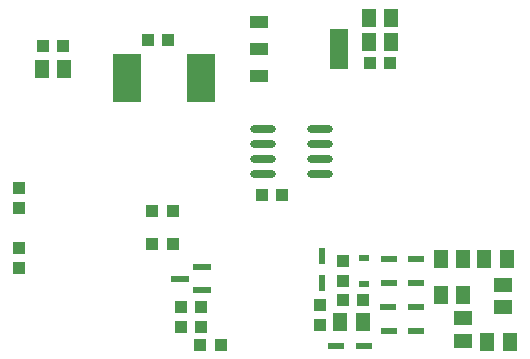
<source format=gbp>
G04*
G04 #@! TF.GenerationSoftware,Altium Limited,Altium Designer,24.5.2 (23)*
G04*
G04 Layer_Color=128*
%FSLAX25Y25*%
%MOIN*%
G70*
G04*
G04 #@! TF.SameCoordinates,CB4C24F7-EE71-4198-96C3-8168C5EFC23F*
G04*
G04*
G04 #@! TF.FilePolarity,Positive*
G04*
G01*
G75*
%ADD18R,0.03937X0.04331*%
%ADD21R,0.04331X0.03937*%
%ADD24O,0.08661X0.02362*%
%ADD28R,0.05906X0.05118*%
%ADD70R,0.05118X0.05906*%
%ADD71R,0.05709X0.02165*%
%ADD72R,0.02165X0.05709*%
%ADD73R,0.03268X0.02480*%
%ADD74R,0.05906X0.02362*%
%ADD75R,0.06102X0.13583*%
%ADD76R,0.06102X0.04331*%
%ADD77R,0.06102X0.04331*%
%ADD78R,0.09252X0.16142*%
D18*
X9000Y43846D02*
D03*
Y37154D02*
D03*
Y63846D02*
D03*
Y57153D02*
D03*
X109500Y24847D02*
D03*
Y18154D02*
D03*
X117000Y39347D02*
D03*
Y32654D02*
D03*
D21*
X60347Y56000D02*
D03*
X53654D02*
D03*
X76346Y11500D02*
D03*
X69653D02*
D03*
X58846Y113000D02*
D03*
X52153D02*
D03*
X60347Y45000D02*
D03*
X53654D02*
D03*
X90153Y61500D02*
D03*
X96846D02*
D03*
X63153Y17500D02*
D03*
X69846D02*
D03*
X117154Y26500D02*
D03*
X123846D02*
D03*
X63153Y24000D02*
D03*
X69846D02*
D03*
X17154Y111000D02*
D03*
X23846D02*
D03*
X126154Y105500D02*
D03*
X132846D02*
D03*
D24*
X109449Y83500D02*
D03*
Y78500D02*
D03*
Y73500D02*
D03*
Y68500D02*
D03*
X90551Y83500D02*
D03*
Y78500D02*
D03*
Y73500D02*
D03*
Y68500D02*
D03*
D28*
X157000Y20240D02*
D03*
Y12760D02*
D03*
X170500Y31500D02*
D03*
Y24020D02*
D03*
D70*
X116260Y19000D02*
D03*
X123740D02*
D03*
X149760Y28000D02*
D03*
X157240D02*
D03*
X165260Y12500D02*
D03*
X172740D02*
D03*
X149760Y40000D02*
D03*
X157240D02*
D03*
X164260D02*
D03*
X171740D02*
D03*
X16760Y103500D02*
D03*
X24240D02*
D03*
X125760Y112500D02*
D03*
X133240D02*
D03*
X125760Y120500D02*
D03*
X133240D02*
D03*
D71*
X124126Y11000D02*
D03*
X114874D02*
D03*
X141626Y16000D02*
D03*
X132374D02*
D03*
X141626Y32000D02*
D03*
X132374D02*
D03*
Y40000D02*
D03*
X141626D02*
D03*
X132248Y24000D02*
D03*
X141500D02*
D03*
D72*
X110000Y31874D02*
D03*
Y41126D02*
D03*
D73*
X124000Y31610D02*
D03*
Y40390D02*
D03*
D74*
X70240Y37240D02*
D03*
Y29760D02*
D03*
X62760Y33500D02*
D03*
D75*
X115787Y110000D02*
D03*
D76*
X89213Y119055D02*
D03*
Y110000D02*
D03*
D77*
Y100945D02*
D03*
D78*
X69803Y100500D02*
D03*
X45197D02*
D03*
M02*

</source>
